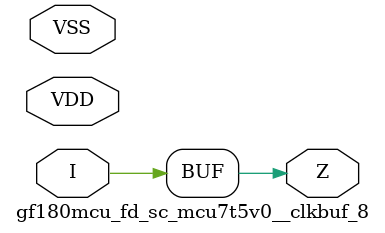
<source format=v>

module gf180mcu_fd_sc_mcu7t5v0__clkbuf_8( I, Z, VDD, VSS );
input I;
inout VDD, VSS;
output Z;

	buf MGM_BG_0( Z, I );

endmodule

</source>
